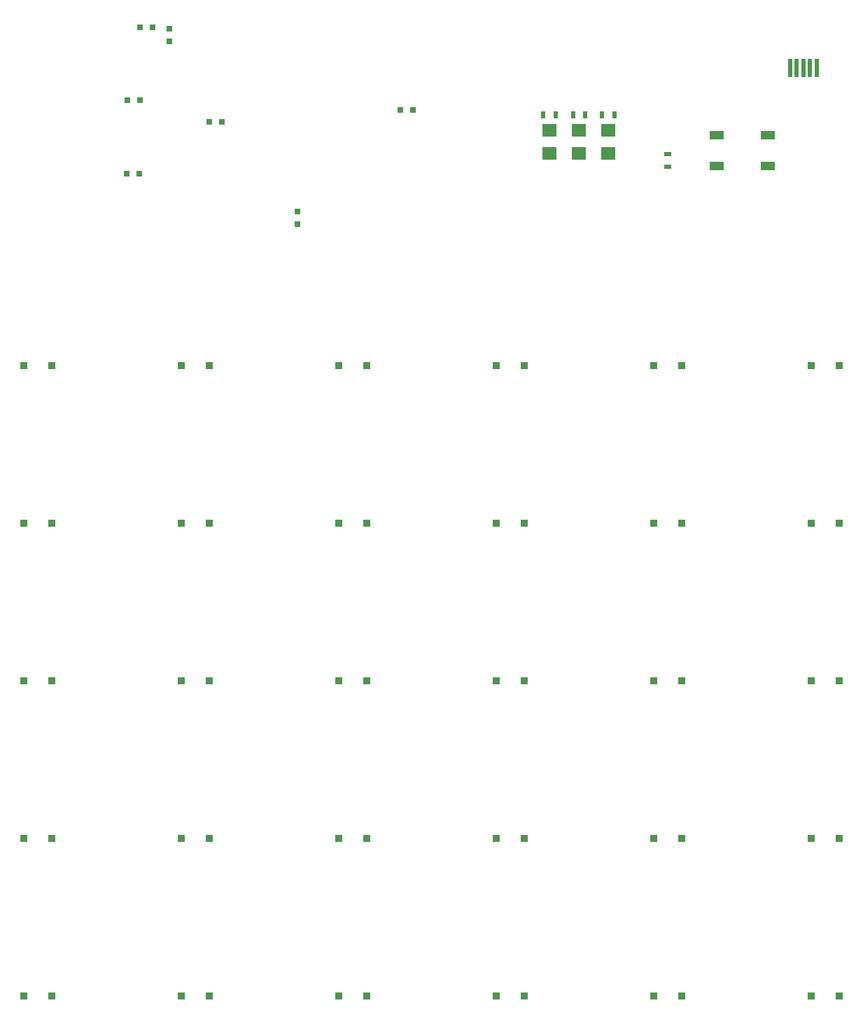
<source format=gtp>
G04 #@! TF.FileFunction,Paste,Top*
%FSLAX46Y46*%
G04 Gerber Fmt 4.6, Leading zero omitted, Abs format (unit mm)*
G04 Created by KiCad (PCBNEW 4.0.3-stable) date 08/13/16 09:37:38*
%MOMM*%
%LPD*%
G01*
G04 APERTURE LIST*
%ADD10C,0.100000*%
%ADD11R,0.838200X0.838200*%
%ADD12R,1.800860X1.597660*%
%ADD13R,0.500000X2.300000*%
%ADD14R,0.800000X0.750000*%
%ADD15R,0.750000X0.800000*%
%ADD16R,0.900000X0.500000*%
%ADD17R,0.500000X0.900000*%
%ADD18R,1.800000X1.100000*%
G04 APERTURE END LIST*
D10*
D11*
X33513054Y-56257271D03*
X30185654Y-56257271D03*
X33513054Y-75307352D03*
X30185654Y-75307352D03*
X33513054Y-94357433D03*
X30185654Y-94357433D03*
X33513054Y-113407515D03*
X30185654Y-113407515D03*
X33513054Y-132457596D03*
X30185654Y-132457596D03*
X52563135Y-56257271D03*
X49235735Y-56257271D03*
X52563135Y-75307352D03*
X49235735Y-75307352D03*
X52563135Y-94357433D03*
X49235735Y-94357433D03*
X52563135Y-113407515D03*
X49235735Y-113407515D03*
X52563135Y-132457596D03*
X49235735Y-132457596D03*
X71613217Y-56257271D03*
X68285817Y-56257271D03*
X71613217Y-75307352D03*
X68285817Y-75307352D03*
X71613217Y-94357433D03*
X68285817Y-94357433D03*
X71613217Y-113407515D03*
X68285817Y-113407515D03*
X71613217Y-132457596D03*
X68285817Y-132457596D03*
X90663298Y-56257271D03*
X87335898Y-56257271D03*
X90663298Y-75307352D03*
X87335898Y-75307352D03*
X90663298Y-94357433D03*
X87335898Y-94357433D03*
X90663298Y-113407515D03*
X87335898Y-113407515D03*
X90663298Y-132457596D03*
X87335898Y-132457596D03*
X109713379Y-56257271D03*
X106385979Y-56257271D03*
X109713379Y-75307352D03*
X106385979Y-75307352D03*
X109713379Y-94357433D03*
X106385979Y-94357433D03*
X109713379Y-113407515D03*
X106385979Y-113407515D03*
X109713379Y-132457596D03*
X106385979Y-132457596D03*
X128763461Y-56257271D03*
X125436061Y-56257271D03*
X128763461Y-75307352D03*
X125436061Y-75307352D03*
X128763461Y-94357433D03*
X125436061Y-94357433D03*
X128763461Y-113407515D03*
X125436061Y-113407515D03*
X128763461Y-132457596D03*
X125436061Y-132457596D03*
D12*
X93717709Y-30613695D03*
X93717709Y-27773975D03*
X97334009Y-30590297D03*
X97334009Y-27750577D03*
X100850029Y-30613695D03*
X100850029Y-27773975D03*
D13*
X126060000Y-20296000D03*
X125260000Y-20296000D03*
X124460000Y-20296000D03*
X123660000Y-20296000D03*
X122860000Y-20296000D03*
D14*
X75731269Y-25330495D03*
X77231269Y-25330495D03*
X44184000Y-24130000D03*
X42684000Y-24130000D03*
D15*
X47752000Y-17006000D03*
X47752000Y-15506000D03*
D14*
X44128120Y-33060640D03*
X42628120Y-33060640D03*
D15*
X63286640Y-37639560D03*
X63286640Y-39139560D03*
D14*
X54110320Y-26741120D03*
X52610320Y-26741120D03*
X45708000Y-15323820D03*
X44208000Y-15323820D03*
D16*
X108028740Y-32164720D03*
X108028740Y-30664720D03*
D17*
X94467709Y-25924855D03*
X92967709Y-25924855D03*
X98084009Y-25896204D03*
X96584009Y-25896204D03*
X101600029Y-25924855D03*
X100100029Y-25924855D03*
D18*
X113994000Y-28376000D03*
X120194000Y-28376000D03*
X113994000Y-32076000D03*
X120194000Y-32076000D03*
M02*

</source>
